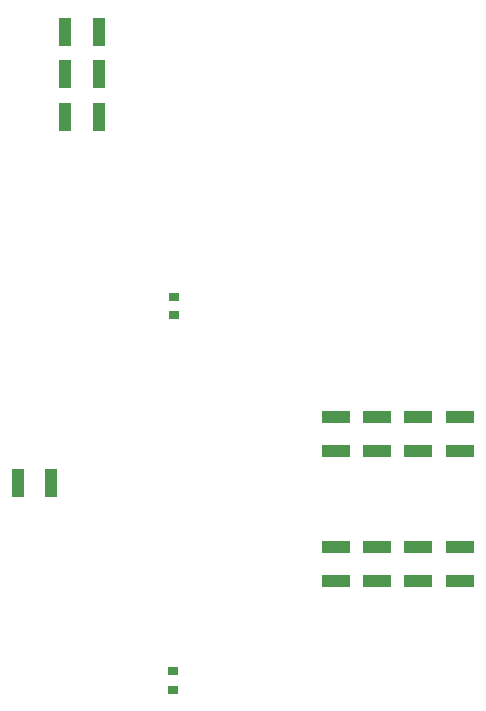
<source format=gbr>
G04 EAGLE Gerber RS-274X export*
G75*
%MOMM*%
%FSLAX34Y34*%
%LPD*%
%INSolderpaste Bottom*%
%IPPOS*%
%AMOC8*
5,1,8,0,0,1.08239X$1,22.5*%
G01*
%ADD10R,1.061200X2.489200*%
%ADD11R,0.812800X0.756400*%
%ADD12R,2.489200X1.061200*%


D10*
X240804Y740700D03*
X269196Y740700D03*
X240804Y704500D03*
X269196Y704500D03*
X240804Y668300D03*
X269196Y668300D03*
D11*
X333400Y515819D03*
X333400Y500381D03*
D10*
X229196Y358800D03*
X200804Y358800D03*
D11*
X332400Y198969D03*
X332400Y183531D03*
D12*
X470000Y275804D03*
X470000Y304196D03*
X505000Y275804D03*
X505000Y304196D03*
X540000Y275804D03*
X540000Y304196D03*
X575000Y275804D03*
X575000Y304196D03*
X470000Y414196D03*
X470000Y385804D03*
X505000Y414196D03*
X505000Y385804D03*
X540000Y414196D03*
X540000Y385804D03*
X575000Y414196D03*
X575000Y385804D03*
M02*

</source>
